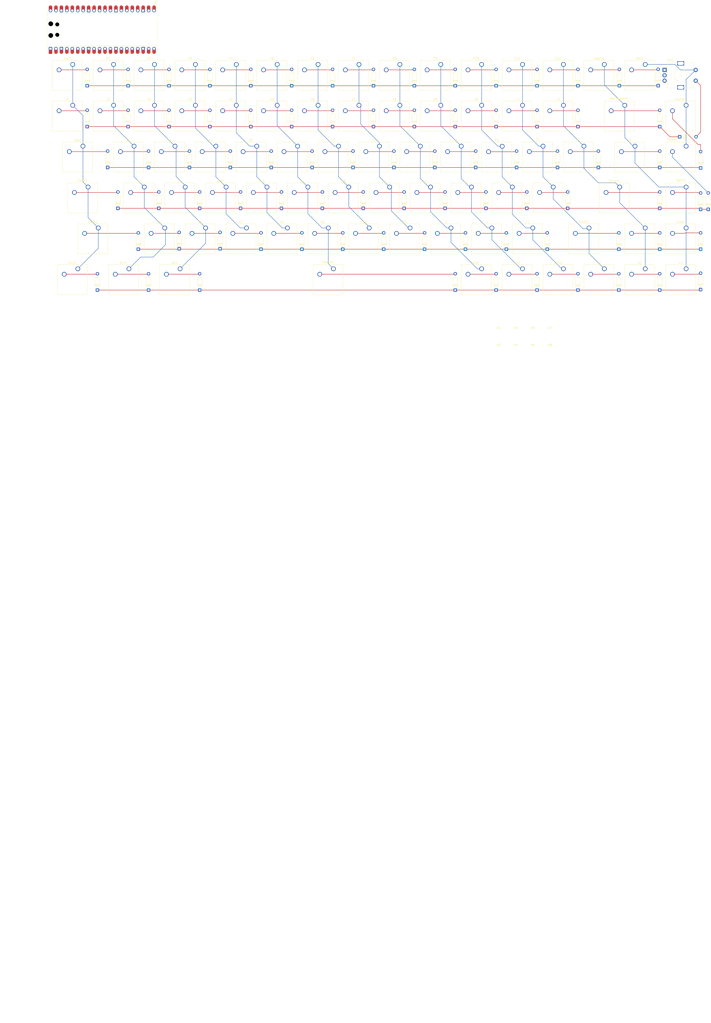
<source format=kicad_pcb>
(kicad_pcb (version 20241229) (generator "pcbnew") (generator_version "9.0")
  (layers (0 "F.Cu" signal) (2 "B.Cu" signal) (13 "F.Paste" user) (15 "B.Paste" user) (5 "F.SilkS" user "F.Silkscreen") (7 "B.SilkS" user "B.Silkscreen") (1 "F.Mask" user) (3 "B.Mask" user) (25 "Edge.Cuts" user))
  (net 0 "")
  (net 1 "Col11")
  (net 2 "Net-(D54-A)")
  (net 3 "Col8")
  (net 4 "Net-(D77-A)")
  (net 5 "Net-(D27-A)")
  (net 6 "Col9")
  (net 7 "Net-(D79-A)")
  (net 8 "Col10")
  (net 9 "Net-(D81-A)")
  (net 10 "Net-(D52-A)")
  (net 11 "Net-(D84-A)")
  (net 12 "Net-(D28-A)")
  (net 13 "Col12")
  (net 14 "Net-(D88-A)")
  (net 15 "Col13")
  (net 17 "GND")
  (net 20 "Col3")
  (net 22 "Col1")
  (net 23 "Col4")
  (net 24 "Col6")
  (net 25 "Row3")
  (net 26 "Col7")
  (net 27 "Row0")
  (net 29 "Row2")
  (net 30 "Col14")
  (net 31 "EC11A")
  (net 33 "EC11B")
  (net 34 "Col0")
  (net 35 "Row1")
  (net 36 "Row5")
  (net 37 "Col5")
  (net 41 "Col2")
  (net 43 "Row4")
  (net 44 "Net-(D34-A)")
  (net 45 "Net-(D66-A)")
  (net 46 "Net-(D78-A)")
  (net 47 "Net-(D71-A)")
  (net 48 "Net-(D29-A)")
  (net 49 "Net-(D67-A)")
  (net 50 "Net-(D32-A)")
  (net 51 "Net-(D62-A)")
  (net 52 "Net-(D82-A)")
  (net 53 "Net-(D1-A)")
  (net 54 "Net-(D2-A)")
  (net 55 "Net-(D3-A)")
  (net 56 "Net-(D4-A)")
  (net 57 "Net-(D5-A)")
  (net 58 "Net-(D6-A)")
  (net 59 "Net-(D7-A)")
  (net 60 "Net-(D8-A)")
  (net 61 "Net-(D9-A)")
  (net 62 "Net-(D10-A)")
  (net 63 "Net-(D11-A)")
  (net 64 "Net-(D12-A)")
  (net 65 "Net-(D13-A)")
  (net 66 "Net-(D14-A)")
  (net 67 "Net-(D15-A)")
  (net 68 "Net-(D16-A)")
  (net 69 "Net-(D17-A)")
  (net 70 "Net-(D18-A)")
  (net 71 "Net-(D19-A)")
  (net 72 "Net-(D20-A)")
  (net 73 "Net-(D21-A)")
  (net 74 "Net-(D22-A)")
  (net 75 "Net-(D23-A)")
  (net 76 "Net-(D24-A)")
  (net 77 "Net-(D25-A)")
  (net 78 "Net-(D26-A)")
  (net 79 "Net-(D38-A)")
  (net 80 "Net-(D31-A)")
  (net 81 "Net-(D33-A)")
  (net 82 "Net-(D35-A)")
  (net 83 "Net-(D36-A)")
  (net 84 "Net-(D37-A)")
  (net 85 "Net-(D39-A)")
  (net 86 "Net-(D40-A)")
  (net 87 "Net-(D41-A)")
  (net 88 "Net-(D42-A)")
  (net 89 "Net-(D43-A)")
  (net 90 "Net-(D44-A)")
  (net 91 "Net-(D45-A)")
  (net 92 "Net-(D46-A)")
  (net 93 "Net-(D47-A)")
  (net 94 "Net-(D48-A)")
  (net 95 "Net-(D49-A)")
  (net 96 "Net-(D50-A)")
  (net 97 "Net-(D51-A)")
  (net 98 "Net-(D53-A)")
  (net 99 "Net-(D55-A)")
  (net 100 "Net-(D56-A)")
  (net 101 "Net-(D57-A)")
  (net 102 "Net-(D58-A)")
  (net 103 "Net-(D59-A)")
  (net 104 "Net-(D60-A)")
  (net 105 "Net-(D61-A)")
  (net 106 "Net-(D63-A)")
  (net 107 "Net-(D64-A)")
  (net 108 "Net-(D65-A)")
  (net 109 "Net-(D69-A)")
  (net 110 "Net-(D72-A)")
  (net 111 "Net-(D73-A)")
  (net 112 "Net-(D75-A)")
  (net 113 "Net-(D80-A)")
  (net 114 "Net-(D83-A)")
  (net 115 "Net-(D85-A)")
  (net 116 "Net-(D86-A)")
  (net 117 "Net-(D87-A)")
  (net 118 "Net-(D91-A)")
  (footprint "Diode_THT:D_DO-35_SOD27_P7.62mm_Horizontal" (layer "F.Cu") (at 195.2625 123.825 90)
    (property "Reference" "D43" (hide yes))
    (property "Value" "D" (hide yes))
  )
  (footprint "Button_Switch_Keyboard:SW_Cherry_MX_1.00u_PCB" (layer "F.Cu") (at 112.315625 113.903125)
    (property "Reference" "W1")
    (property "Value" "SW_Push_45deg")
  )
  (footprint "Button_Switch_Keyboard:SW_Cherry_MX_1.00u_PCB" (layer "F.Cu") (at 169.465625 113.903125)
    (property "Reference" "T1")
    (property "Value" "SW_Push_45deg")
  )
  (footprint "Button_Switch_Keyboard:SW_Cherry_MX_1.00u_PCB" (layer "F.Cu") (at 202.803125 152.003125)
    (property "Reference" "N10")
    (property "Value" "SW_Push_45deg")
  )
  (footprint "Button_Switch_Keyboard:SW_Cherry_MX_1.00u_PCB" (layer "F.Cu") (at 255.190625 171.053125)
    (property "Reference" "Alt2")
    (property "Value" "SW_Push_45deg")
  )
  (footprint "Button_Switch_Keyboard:SW_Cherry_MX_1.00u_PCB" (layer "F.Cu") (at 64.690625 94.853125)
    (property "Reference" "~1")
    (property "Value" "SW_Push_45deg")
  )
  (footprint "Button_Switch_Keyboard:SW_Cherry_MX_1.00u_PCB" (layer "F.Cu") (at 226.615625 113.903125)
    (property "Reference" "I1")
    (property "Value" "SW_Push_45deg")
  )
  (footprint "Button_Switch_Keyboard:SW_Cherry_MX_1.00u_PCB" (layer "F.Cu") (at 350.440625 132.953125)
    (property "Reference" "PgDn1")
    (property "Value" "SW_Push_45deg")
  )
  (footprint "Button_Switch_Keyboard:SW_Cherry_MX_1.00u_PCB" (layer "F.Cu") (at 164.703125 152.003125)
    (property "Reference" "V1")
    (property "Value" "SW_Push_45deg")
  )
  (footprint "Diode_THT:D_DO-35_SOD27_P7.62mm_Horizontal" (layer "F.Cu") (at 71.4375 85.725 90)
    (property "Reference" "D2" (hide yes))
    (property "Value" "D" (hide yes))
  )
  (footprint "Diode_THT:D_DO-35_SOD27_P7.62mm_Horizontal" (layer "F.Cu") (at 290.5125 123.825 90)
    (property "Reference" "D53" (hide yes))
    (property "Value" "D" (hide yes))
  )
  (footprint "Button_Switch_Keyboard:SW_Cherry_MX_1.00u_PCB" (layer "F.Cu") (at 140.890625 94.853125)
    (property "Reference" "n4")
    (property "Value" "SW_Push_45deg")
  )
  (footprint "Diode_THT:D_DO-35_SOD27_P7.62mm_Horizontal" (layer "F.Cu") (at 214.3125 123.825 90)
    (property "Reference" "D45" (hide yes))
    (property "Value" "D" (hide yes))
  )
  (footprint "Button_Switch_Keyboard:SW_Cherry_MX_1.00u_PCB" (layer "F.Cu") (at 259.953125 152.003125)
    (property "Reference" ".1")
    (property "Value" "SW_Push_45deg")
  )
  (footprint "Diode_THT:D_DO-35_SOD27_P7.62mm_Horizontal" (layer "F.Cu") (at 133.35 161.686875 90)
    (property "Reference" "D65" (hide yes))
    (property "Value" "D" (hide yes))
  )
  (footprint "Diode_THT:D_DO-35_SOD27_P7.62mm_Horizontal" (layer "F.Cu") (at 337.41 85.69 90)
    (property "Reference" "D91" (hide yes))
    (property "Value" "D" (hide yes))
  )
  (footprint "Button_Switch_Keyboard:SW_Cherry_MX_1.50u_PCB" (layer "F.Cu") (at 69.453125 113.903125)
    (property "Reference" "Tab1")
    (property "Value" "SW_Push_45deg")
  )
  (footprint "Button_Switch_Keyboard:SW_Cherry_MX_1.00u_PCB" (layer "F.Cu") (at 217.090625 94.853125)
    (property "Reference" "n8")
    (property "Value" "SW_Push_45deg")
  )
  (footprint "Diode_THT:D_DO-35_SOD27_P7.62mm_Horizontal" (layer "F.Cu") (at 242.8875 104.775 90)
    (property "Reference" "D25" (hide yes))
    (property "Value" "D" (hide yes))
  )
  (footprint "Button_Switch_Keyboard:SW_Cherry_MX_1.00u_PCB" (layer "F.Cu") (at 159.940625 94.853125)
    (property "Reference" "n5")
    (property "Value" "SW_Push_45deg")
  )
  (footprint "Diode_THT:D_DO-35_SOD27_P7.62mm_Horizontal" (layer "F.Cu") (at 300.0375 180.975 90)
    (property "Reference" "D82" (hide yes))
    (property "Value" "D" (hide yes))
  )
  (footprint "Button_Switch_Keyboard:SW_Cherry_MX_1.00u_PCB" (layer "F.Cu") (at 198.040625 75.803125)
    (property "Reference" "F7")
    (property "Value" "SW_Push_45deg")
  )
  (footprint "Diode_THT:D_DO-35_SOD27_P7.62mm_Horizontal" (layer "F.Cu") (at 357.1875 124.063125 90)
    (property "Reference" "D59" (hide yes))
    (property "Value" "D" (hide yes))
  )
  (footprint "Diode_THT:D_DO-35_SOD27_P7.62mm_Horizontal" (layer "F.Cu") (at 357.1875 143.35125 90)
    (property "Reference" "D58" (hide yes))
    (property "Value" "D" (hide yes))
  )
  (footprint "Button_Switch_Keyboard:SW_Cherry_MX_1.00u_PCB" (layer "F.Cu") (at 83.740625 94.853125)
    (property "Reference" "n1")
    (property "Value" "SW_Push_45deg")
  )
  (footprint "Button_Switch_Keyboard:SW_Cherry_MX_1.00u_PCB" (layer "F.Cu") (at 240.903125 152.003125)
    (property "Reference" ",1")
    (property "Value" "SW_Push_45deg")
  )
  (footprint "Button_Switch_Keyboard:SW_Cherry_MX_1.00u_PCB" (layer "F.Cu") (at 93.265625 113.903125)
    (property "Reference" "Q1")
    (property "Value" "SW_Push_45deg")
  )
  (footprint "Diode_THT:D_DO-35_SOD27_P7.62mm_Horizontal" (layer "F.Cu") (at 242.8875 180.975 90)
    (property "Reference" "D72" (hide yes))
    (property "Value" "D" (hide yes))
  )
  (footprint "Button_Switch_Keyboard:SW_Cherry_MX_1.00u_PCB" (layer "F.Cu") (at 107.553125 152.003125)
    (property "Reference" "Z1")
    (property "Value" "SW_Push_45deg")
  )
  (footprint "Button_Switch_Keyboard:SW_Cherry_MX_1.00u_PCB" (layer "F.Cu") (at 279.003125 152.003125)
    (property "Reference" "/1")
    (property "Value" "SW_Push_45deg")
  )
  (footprint "Diode_THT:D_DO-35_SOD27_P7.62mm_Horizontal" (layer "F.Cu") (at 357.1875 161.925 90)
    (property "Reference" "D87" (hide yes))
    (property "Value" "D" (hide yes))
  )
  (footprint "Diode_THT:D_DO-35_SOD27_P7.62mm_Horizontal" (layer "F.Cu") (at 347.424375 109.5375)
    (property "Reference" "D15" (hide yes))
    (property "Value" "D" (hide yes))
  )
  (footprint "Diode_THT:D_DO-35_SOD27_P7.62mm_Horizontal" (layer "F.Cu") (at 128.5875 104.775 90)
    (property "Reference" "D19" (hide yes))
    (property "Value" "D" (hide yes))
  )
  (footprint "Button_Switch_Keyboard:SW_Cherry_MX_1.00u_PCB" (layer "F.Cu") (at 117.078125 132.953125)
    (property "Reference" "S1")
    (property "Value" "SW_Push_45deg")
  )
  (footprint "Button_Switch_Keyboard:SW_Cherry_MX_1.00u_PCB" (layer "F.Cu") (at 250.428125 132.953125)
    (property "Reference" "L1")
    (property "Value" "SW_Push_45deg")
  )
  (footprint "Button_Switch_Keyboard:SW_Cherry_MX_2.25u_PCB" (layer "F.Cu") (at 319.484375 132.953125)
    (property "Reference" "Enter1")
    (property "Value" "SW_Push_45deg")
  )
  (footprint "Diode_THT:D_DO-35_SOD27_P7.62mm_Horizontal" (layer "F.Cu") (at 200.025 142.875 90)
    (property "Reference" "D44" (hide yes))
    (property "Value" "D" (hide yes))
  )
  (footprint "Diode_THT:D_DO-35_SOD27_P7.62mm_Horizontal" (layer "F.Cu") (at 242.8875 85.725 90)
    (property "Reference" "D10" (hide yes))
    (property "Value" "D" (hide yes))
  )
  (footprint "MountingHole:MountingHole_3.2mm_M3" (layer "F.Cu") (at 286.940625 202.790625)
    (property "Reference" "H7")
    (property "Value" "MountingHole")
  )
  (footprint "Button_Switch_Keyboard:SW_Cherry_MX_1.00u_PCB" (layer "F.Cu") (at 231.378125 132.953125)
    (property "Reference" "K1")
    (property "Value" "SW_Push_45deg")
  )
  (footprint "Button_Switch_Keyboard:SW_Cherry_MX_1.00u_PCB" (layer "F.Cu") (at 102.790625 75.803125)
    (property "Reference" "F2")
    (property "Value" "SW_Push_45deg")
  )
  (footprint "Diode_THT:D_DO-35_SOD27_P7.62mm_Horizontal" (layer "F.Cu") (at 142.875 142.875 90)
    (property "Reference" "D38" (hide yes))
    (property "Value" "D" (hide yes))
  )
  (footprint "Diode_THT:D_DO-35_SOD27_P7.62mm_Horizontal" (layer "F.Cu") (at 223.8375 85.725 90)
    (property "Reference" "D9" (hide yes))
    (property "Value" "D" (hide yes))
  )
  (footprint "Diode_THT:D_DO-35_SOD27_P7.62mm_Horizontal" (layer "F.Cu") (at 80.9625 123.825 90)
    (property "Reference" "D31" (hide yes))
    (property "Value" "D" (hide yes))
  )
  (footprint "Diode_THT:D_DO-35_SOD27_P7.62mm_Horizontal" (layer "F.Cu") (at 276.225 142.875 90)
    (property "Reference" "D52" (hide yes))
    (property "Value" "D" (hide yes))
  )
  (footprint "Button_Switch_Keyboard:SW_Cherry_MX_1.00u_PCB" (layer "F.Cu") (at 350.440625 94.853125)
    (property "Reference" "Home1")
    (property "Value" "SW_Push_45deg")
  )
  (footprint "Diode_THT:D_DO-35_SOD27_P7.62mm_Horizontal" (layer "F.Cu") (at 119.0625 123.825 90)
    (property "Reference" "D35" (hide yes))
    (property "Value" "D" (hide yes))
  )
  (footprint "Button_Switch_Keyboard:SW_Cherry_MX_1.00u_PCB" (layer "F.Cu") (at 274.240625 171.053125)
    (property "Reference" "Fn1")
    (property "Value" "SW_Push_45deg")
  )
  (footprint "Button_Switch_Keyboard:SW_Cherry_MX_1.00u_PCB" (layer "F.Cu") (at 255.190625 94.853125)
    (property "Reference" "n0")
    (property "Value" "SW_Push_45deg")
  )
  (footprint "Button_Switch_Keyboard:SW_Cherry_MX_1.00u_PCB" (layer "F.Cu") (at 136.128125 132.953125)
    (property "Reference" "D30")
    (property "Value" "SW_Push_45deg")
  )
  (footprint "Button_Switch_Keyboard:SW_Cherry_MX_1.00u_PCB" (layer "F.Cu") (at 207.565625 113.903125)
    (property "Reference" "U1")
    (property "Value" "SW_Push_45deg")
  )
  (footprint "Button_Switch_Keyboard:SW_Cherry_MX_1.00u_PCB" (layer "F.Cu") (at 312.340625 75.803125)
    (property "Reference" "Insert1")
    (property "Value" "SW_Push_45deg")
  )
  (footprint "Button_Switch_Keyboard:SW_Cherry_MX_1.00u_PCB" (layer "F.Cu") (at 140.890625 75.803125)
    (property "Reference" "F4")
    (property "Value" "SW_Push_45deg")
  )
  (footprint "Diode_THT:D_DO-35_SOD27_P7.62mm_Horizontal" (layer "F.Cu") (at 185.7375 104.775 90)
    (property "Reference" "D22" (hide yes))
    (property "Value" "D" (hide yes))
  )
  (footprint "Button_Switch_Keyboard:SW_Cherry_MX_1.00u_PCB" (layer "F.Cu") (at 312.340625 171.053125)
    (property "Reference" "<1")
    (property "Value" "SW_Push_45deg")
  )
  (footprint "Button_Switch_Keyboard:SW_Cherry_MX_1.00u_PCB" (layer "F.Cu") (at 178.990625 75.803125)
    (property "Reference" "F6")
    (property "Value" "SW_Push_45deg")
  )
  (footprint "Button_Switch_Keyboard:SW_Cherry_MX_1.00u_PCB" (layer "F.Cu") (at 98.028125 132.953125)
    (property "Reference" "A2")
    (property "Value" "SW_Push_45deg")
  )
  (footprint "Button_Switch_Keyboard:SW_Cherry_MX_1.75u_PCB" (layer "F.Cu") (at 71.834375 132.953125)
    (property "Reference" "Caps1")
    (property "Value" "SW_Push_45deg")
  )
  (footprint "Diode_THT:D_DO-35_SOD27_P7.62mm_Horizontal" (layer "F.Cu") (at 338.1375 142.875 90)
    (property "Reference" "D56" (hide yes))
    (property "Value" "D" (hide yes))
  )
  (footprint "Button_Switch_Keyboard:SW_Cherry_MX_1.00u_PCB" (layer "F.Cu") (at 350.440625 171.053125)
    (property "Reference" ">1")
    (property "Value" "SW_Push_45deg")
  )
  (footprint "Button_Switch_Keyboard:SW_Cherry_MX_1.00u_PCB" (layer "F.Cu") (at 221.853125 152.003125)
    (property "Reference" "M1")
    (property "Value" "SW_Push_45deg")
  )
  (footprint "Diode_THT:D_DO-35_SOD27_P7.62mm_Horizontal" (layer "F.Cu") (at 233.3625 123.825 90)
    (property "Reference" "D47" (hide yes))
    (property "Value" "D" (hide yes))
  )
  (footprint "Diode_THT:D_DO-35_SOD27_P7.62mm_Horizontal" (layer "F.Cu") (at 104.775 142.875 90)
    (property "Reference" "D34" (hide yes))
    (property "Value" "D" (hide yes))
  )
  (footprint "Diode_THT:D_DO-35_SOD27_P7.62mm_Horizontal" (layer "F.Cu") (at 123.825 180.975 90)
    (property "Reference" "D66" (hide yes))
    (property "Value" "D" (hide yes))
  )
  (footprint "Diode_THT:D_DO-35_SOD27_P7.62mm_Horizontal" (layer "F.Cu") (at 280.9875 104.775 90)
    (property "Reference" "D27" (hide yes))
    (property "Value" "D" (hide yes))
  )
  (footprint "Diode_THT:D_DO-35_SOD27_P7.62mm_Horizontal" (layer "F.Cu") (at 261.9375 104.775 90)
    (property "Reference" "D26" (hide yes))
    (property "Value" "D" (hide yes))
  )
  (footprint "Diode_THT:D_DO-35_SOD27_P7.62mm_Horizontal" (layer "F.Cu") (at 85.725 142.875 90)
    (property "Reference" "D32" (hide yes))
    (property "Value" "D" (hide yes))
  )
  (footprint "Diode_THT:D_DO-35_SOD27_P7.62mm_Horizontal" (layer "F.Cu") (at 123.825 142.875 90)
    (property "Reference" "D36" (hide yes))
    (property "Value" "D" (hide yes))
  )
  (footprint "Diode_THT:D_DO-35_SOD27_P7.62mm_Horizontal" (layer "F.Cu") (at 338.1375 104.775 90)
    (property "Reference" "D29" (hide yes))
    (property "Value" "D" (hide yes))
  )
  (footprint "Button_Switch_Keyboard:SW_Cherry_MX_1.00u_PCB" (layer "F.Cu") (at 245.665625 113.903125)
    (property "Reference" "O1")
    (property "Value" "SW_Push_45deg")
  )
  (footprint "Diode_THT:D_DO-35_SOD27_P7.62mm_Horizontal" (layer "F.Cu") (at 138.1125 123.825 90)
    (property "Reference" "D37" (hide yes))
    (property "Value" "D" (hide yes))
  )
  (footprint "Button_Switch_Keyboard:SW_Cherry_MX_1.00u_PCB" (layer "F.Cu") (at 264.76 113.95)
    (property "Reference" "P1")
    (property "Value" "SW_Push_45deg")
  )
  (footprint "Diode_THT:D_DO-35_SOD27_P7.62mm_Horizontal" (layer "F.Cu") (at 128.5875 85.725 90)
    (property "Reference" "D4" (hide yes))
    (property "Value" "D" (hide yes))
  )
  (footprint "Diode_THT:D_DO-35_SOD27_P7.62mm_Horizontal" (layer "F.Cu") (at 161.925 142.875 90)
    (property "Reference" "D40" (hide yes))
    (property "Value" "D" (hide yes))
  )
  (footprint "Diode_THT:D_DO-35_SOD27_P7.62mm_Horizontal" (layer "F.Cu") (at 157.1625 123.825 90)
    (property "Reference" "D39" (hide yes))
    (property "Value" "D" (hide yes))
  )
  (footprint "Diode_THT:D_DO-35_SOD27_P7.62mm_Horizontal" (layer "F.Cu") (at 228.6 161.925 90)
    (property "Reference" "D75" (hide yes))
    (property "Value" "D" (hide yes))
  )
  (footprint "Diode_THT:D_DO-35_SOD27_P7.62mm_Horizontal" (layer "F.Cu") (at 209.55 161.925 90)
    (property "Reference" "D73" (hide yes))
    (property "Value" "D" (hide yes))
  )
  (footprint "Button_Switch_Keyboard:SW_Cherry_MX_1.00u_PCB" (layer "F.Cu") (at 102.790625 94.853125)
    (property "Reference" "n2")
    (property "Value" "SW_Push_45deg")
  )
  (footprint "Button_Switch_Keyboard:SW_Cherry_MX_1.00u_PCB" (layer "F.Cu") (at 198.040625 94.853125)
    (property "Reference" "n7")
    (property "Value" "SW_Push_45deg")
  )
  (footprint "Button_Switch_Keyboard:SW_Cherry_MX_1.00u_PCB" (layer "F.Cu") (at 236.140625 75.803125)
    (property "Reference" "F9")
    (property "Value" "SW_Push_45deg")
  )
  (footprint "Button_Switch_Keyboard:SW_Cherry_MX_1.00u_PCB" (layer "F.Cu") (at 269.478125 132.953125)
    (property "Reference" ";1")
    (property "Value" "SW_Push_45deg")
  )
  (footprint "Diode_THT:D_DO-35_SOD27_P7.62mm_Horizontal" (layer "F.Cu") (at 261.9375 85.725 90)
    (property "Reference" "D11" (hide yes))
    (property "Value" "D" (hide yes))
  )
  (footprint "Diode_THT:D_DO-35_SOD27_P7.62mm_Horizontal" (layer "F.Cu") (at 319.325625 85.725 90)
    (property "Reference" "D14" (hide yes))
    (property "Value" "D" (hide yes))
  )
  (footprint "Button_Switch_Keyboard:SW_Cherry_MX_1.00u_PCB" (layer "F.Cu") (at 274.240625 94.853125)
    (property "Reference" "-1")
    (property "Value" "SW_Push_45deg")
  )
  (footprint "Diode_THT:D_DO-35_SOD27_P7.62mm_Horizontal" (layer "F.Cu") (at 90.4875 104.775 90)
    (property "Reference" "D17" (hide yes))
    (property "Value" "D" (hide yes))
  )
  (footprint "Diode_THT:D_DO-35_SOD27_P7.62mm_Horizontal" (layer "F.Cu") (at 309.5625 123.825 90)
    (property "Reference" "D55" (hide yes))
    (property "Value" "D" (hide yes))
  )
  (footprint "Button_Switch_Keyboard:SW_Cherry_MX_1.25u_PCB" (layer "F.Cu") (at 114.696875 171.053125)
    (property "Reference" "Alt1")
    (property "Value" "SW_Push_45deg")
  )
  (footprint "Diode_THT:D_DO-35_SOD27_P7.62mm_Horizontal" (layer "F.Cu") (at 338.1375 161.925 90)
    (property "Reference" "D85" (hide yes))
    (property "Value" "D" (hide yes))
  )
  (footprint "Button_Switch_Keyboard:SW_Cherry_MX_1.00u_PCB" (layer "F.Cu") (at 145.653125 152.003125)
    (property "Reference" "C1")
    (property "Value" "SW_Push_45deg")
  )
  (footprint "Diode_THT:D_DO-35_SOD27_P7.62mm_Horizontal" (layer "F.Cu") (at 319.0875 161.925 90)
    (property "Reference" "D83" (hide yes))
    (property "Value" "D" (hide yes))
  )
  (footprint "Button_Switch_Keyboard:SW_Cherry_MX_1.00u_PCB" (layer "F.Cu") (at 131.365625 113.903125)
    (property "Reference" "E1")
    (property "Value" "SW_Push_45deg")
  )
  (footprint "Diode_THT:D_DO-35_SOD27_P7.62mm_Horizontal" (layer "F.Cu") (at 266.7 161.925 90)
    (property "Reference" "D79" (hide yes))
    (property "Value" "D" (hide yes))
  )
  (footprint "Button_Switch_Keyboard:SW_Cherry_MX_1.00u_PCB" (layer "F.Cu") (at 350.440625 152.003125)
    (property "Reference" "End1")
    (property "Value" "SW_Push_45deg")
  )
  (footprint "Diode_THT:D_DO-35_SOD27_P7.62mm_Horizontal" (layer "F.Cu") (at 338.1375 123.825 90)
    (property "Reference" "D57" (hide yes))
    (property "Value" "D" (hide yes))
  )
  (footprint "Button_Switch_Keyboard:SW_Cherry_MX_1.25u_PCB" (layer "F.Cu") (at 90.884375 171.053125)
    (property "Reference" "Win1")
    (property "Value" "SW_Push_45deg")
  )
  (footprint "Diode_THT:D_DO-35_SOD27_P7.62mm_Horizontal" (layer "F.Cu") (at 152.4 161.925 90)
    (property "Reference" "D67" (hide yes))
    (property "Value" "D" (hide yes))
  )
  (footprint "Button_Switch_Keyboard:SW_Cherry_MX_1.00u_PCB" (layer "F.Cu") (at 331.390625 75.803125)
    (property "Reference" "Del1")
    (property "Value" "SW_Push_45deg")
  )
  (footprint "MountingHole:MountingHole_3.2mm_M3" (layer "F.Cu") (at 271.040625 202.790625)
    (property "Reference" "H3")
    (property "Value" "MountingHole")
  )
  (footprint "Button_Switch_Keyboard:SW_Cherry_MX_1.00u_PCB" (layer "F.Cu") (at 331.390625 152.003125)
    (property "Reference" "^1")
    (property "Value" "SW_Push_45deg")
  )
  (footprint "Button_Switch_Keyboard:SW_Cherry_MX_1.00u_PCB" (layer "F.Cu") (at 288.528125 132.953125)
    (property "Reference" "'1")
    (property "Value" "SW_Push_45deg")
  )
  (footprint "Diode_THT:D_DO-35_SOD27_P7.62mm_Horizontal" (layer "F.Cu") (at 185.7375 85.725 90)
    (property "Reference" "D7" (hide yes))
    (property "Value" "D" (hide yes))
  )
  (footprint "MountingHole:MountingHole_3.2mm_M3" (layer "F.Cu") (at 286.940625 210.740625)
    (property "Reference" "H8")
    (property "Value" "MountingHole")
  )
  (footprint "Diode_THT:D_DO-35_SOD27_P7.62mm_Horizontal" (layer "F.Cu") (at 238.125 142.875 90)
    (property "Reference" "D48" (hide yes))
    (property "Value" "D" (hide yes))
  )
  (footprint "MountingHole:MountingHole_3.2mm_M3" (layer "F.Cu") (at 278.990625 210.740625)
    (property "Reference" "H6")
    (property "Value" "MountingHole")
  )
  (footprint "Button_Switch_Keyboard:SW_Cherry_MX_1.00u_PCB" (layer "F.Cu") (at 302.815625 113.903125)
    (property "Reference" "]1")
    (property "Value" "SW_Push_45deg")
  )
  (footprint "Diode_THT:D_DO-35_SOD27_P7.62mm_Horizontal" (layer "F.Cu") (at 223.8375 104.775 90)
    (property "Reference" "D24" (hide yes))
    (property "Value" "D" (hide yes))
  )
  (footprint "Diode_THT:D_DO-35_SOD27_P7.62mm_Horizontal" (layer "F.Cu") (at 100.0125 180.975 90)
    (property "Reference" "D64" (hide yes))
    (property "Value" "D" (hide yes))
  )
  (footprint "Diode_THT:D_DO-35_SOD27_P7.62mm_Horizontal" (layer "F.Cu") (at 300.0375 104.775 90)
    (property "Reference" "D28" (hide yes))
    (property "Value" "D" (hide yes))
  )
  (footprint "Button_Switch_Keyboard:SW_Cherry_MX_1.00u_PCB" (layer "F.Cu") (at 64.690625 75.803125)
    (property "Reference" "Esc1")
    (property "Value" "SW_Push_45deg")
  )
  (footprint "Button_Switch_Keyboard:SW_Cherry_MX_1.00u_PCB" (layer "F.Cu") (at 293.290625 171.053125)
    (property "Reference" "Ctrl2")
    (property "Value" "SW_Push_45deg")
  )
  (footprint "Diode_THT:D_DO-35_SOD27_P7.62mm_Horizontal" (layer "F.Cu") (at 319.0875 180.975 90)
    (property "Reference" "D84" (hide yes))
    (property "Value" "D" (hide yes))
  )
  (footprint "Diode_THT:D_DO-35_SOD27_P7.62mm_Horizontal" (layer "F.Cu") (at 166.6875 104.775 90)
    (property "Reference" "D21" (hide yes))
    (property "Value" "D" (hide yes))
  )
  (footprint "Button_Switch_Keyboard:SW_Cherry_MX_1.50u_PCB" (layer "F.Cu") (at 326.628125 113.903125)
    (property "Reference" "\\1")
    (property "Value" "SW_Push_45deg")
  )
  (footprint "Diode_THT:D_DO-35_SOD27_P7.62mm_Horizontal" (layer "F.Cu") (at 252.4125 123.825 90)
    (property "Reference" "D49" (hide yes))
    (property "Value" "D" (hide yes))
  )
  (footprint "Diode_THT:D_DO-35_SOD27_P7.62mm_Horizontal" (layer "F.Cu") (at 180.975 142.875 90)
    (property "Reference" "D42" (hide yes))
    (property "Value" "D" (hide yes))
  )
  (footprint "Button_Switch_Keyboard:SW_Cherry_MX_1.00u_PCB" (layer "F.Cu") (at 283.765625 113.903125)
    (property "Reference" "[1")
    (property "Value" "SW_Push_45deg")
  )
  (footprint "Button_Switch_Keyboard:SW_Cherry_MX_1.00u_PCB" (layer "F.Cu") (at 255.190625 75.803125)
    (property "Reference" "F10")
    (property "Value" "SW_Push_45deg")
  )
  (footprint "Button_Switch_Keyboard:SW_Cherry_MX_1.00u_PCB" (layer "F.Cu") (at 150.415625 113.903125)
    (property "Reference" "R1")
    (property "Value" "SW_Push_45deg")
  )
  (footprint "Diode_THT:D_DO-35_SOD27_P7.62mm_Horizontal" (layer "F.Cu") (at 166.6875 85.725 90)
    (property "Reference" "D6" (hide yes))
    (property "Value" "D" (hide yes))
  )
  (footprint "Diode_THT:D_DO-35_SOD27_P7.62mm_Horizontal" (layer "F.Cu") (at 219.075 142.875 90)
    (property "Reference" "D46" (hide yes))
    (property "Value" "D" (hide yes))
  )
  (footprint "Diode_THT:D_DO-35_SOD27_P7.62mm_Horizontal" (layer "F.Cu") (at 261.9375 180.975 90)
    (property "Reference" "D78" (hide yes))
    (property "Value" "D" (hide yes))
  )
  (footprint "Diode_THT:D_DO-35_SOD27_P7.62mm_Horizontal" (layer "F.Cu") (at 71.4375 104.775 90)
    (property "Reference" "D16" (hide yes))
    (property "Value" "D" (hide yes))
  )
  (footprint "MountingHole:MountingHole_3.2mm_M3" (layer "F.Cu") (at 263.090625 202.790625)
    (property "Reference" "H1")
    (property "Value" "MountingHole")
  )
  (footprint "Button_Switch_Keyboard:SW_Cherry_MX_1.75u_PCB" (layer "F.Cu") (at 305.196875 152.003125)
    (property "Reference" "Shift2")
    (property "Value" "SW_Push_45deg")
  )
  (footprint "Diode_THT:D_DO-35_SOD27_P7.62mm_Horizontal" (layer "F.Cu") (at 300.0375 85.725 90)
    (property "Reference" "D13" (hide yes))
    (property "Value" "D" (hide yes))
  )
  (footprint "Diode_THT:D_DO-35_SOD27_P7.62mm_Horizontal" (layer "F.Cu") (at 204.7875 85.725 90)
    (property "Reference" "D8" (hide yes))
    (property "Value" "D" (hide yes))
  )
  (footprint "Button_Switch_Keyboard:SW_Cherry_MX_1.00u_PCB" (layer "F.Cu") (at 121.840625 75.803125)
    (property "Reference" "F3")
    (property "Value" "SW_Push_45deg")
  )
  (footprint "Diode_THT:D_DO-35_SOD27_P7.62mm_Horizontal" (layer "F.Cu") (at 360.759375 143.35125 90)
    (property "Reference" "D60" (hide yes))
    (property "Value" "D" (hide yes))
  )
  (footprint "MountingHole:MountingHole_3.2mm_M3" (layer "F.Cu") (at 271.040625 210.740625)
    (property "Reference" "H4")
    (property "Value" "MountingHole")
  )
  (footprint "Rotary_Encoder:RotaryEncoder_Alps_EC11E-Switch_Vertical_H20mm" (layer "F.Cu") (at 340.400625 78.383125)
    (property "Reference" "Vol1")
    (property "Value" "RotaryEncoder_Switch")
  )
  (footprint "Button_Switch_Keyboard:SW_Cherry_MX_1.25u_PCB" (layer "F.Cu") (at 67.071875 171.053125)
    (property "Reference" "Ctrl1")
    (property "Value" "SW_Push_45deg")
  )
  (footprint "Diode_THT:D_DO-35_SOD27_P7.62mm_Horizontal" (layer "F.Cu") (at 295.275 142.875 90)
    (property "Reference" "D54" (hide yes))
    (property "Value" "D" (hide yes))
  )
  (footprint "Diode_THT:D_DO-35_SOD27_P7.62mm_Horizontal" (layer "F.Cu") (at 147.6375 104.775 90)
    (property "Reference" "D20" (hide yes))
    (property "Value" "D" (hide yes))
  )
  (footprint "Diode_THT:D_DO-35_SOD27_P7.62mm_Horizontal" (layer "F.Cu") (at 100.0125 123.825 90)
    (property "Reference" "D33" (hide yes))
    (property "Value" "D" (hide yes))
  )
  (footprint "MountingHole:MountingHole_3.2mm_M3" (layer "F.Cu") (at 278.990625 202.790625)
    (property "Reference" "H5")
    (property "Value" "MountingHole")
  )
  (footprint "Button_Switch_Keyboard:SW_Cherry_MX_1.00u_PCB" (layer "F.Cu") (at 293.290625 75.803125)
    (property "Reference" "F12")
    (property "Value" "SW_Push_45deg")
  )
  (footprint "Diode_THT:D_DO-35_SOD27_P7.62mm_Horizontal" (layer "F.Cu") (at 190.5 161.925 90)
    (property "Reference" "D71" (hide yes))
    (property "Value" "D" (hide yes))
  )
  (footprint "Diode_THT:D_DO-35_SOD27_P7.62mm_Horizontal" (layer "F.Cu") (at 109.5375 104.775 90)
    (property "Reference" "D18" (hide yes))
    (property "Value" "D" (hide yes))
  )
  (footprint "Button_Switch_Keyboard:SW_Cherry_MX_1.00u_PCB" (layer "F.Cu") (at 331.390625 171.053125)
    (property "Reference" "V2")
    (property "Value" "SW_Push_45deg")
  )
  (footprint "Diode_THT:D_DO-35_SOD27_P7.62mm_Horizontal" (layer "F.Cu") (at 285.75 161.925 90)
    (property "Reference" "D81" (hide yes))
    (property "Value" "D" (hide yes))
  )
  (footprint "Button_Switch_Keyboard:SW_Cherry_MX_1.00u_PCB" (layer "F.Cu") (at 193.278125 132.953125)
    (property "Reference" "H9")
    (property "Value" "SW_Push_45deg")
  )
  (footprint "Diode_THT:D_DO-35_SOD27_P7.62mm_Horizontal" (layer "F.Cu") (at 95.25 161.925 90)
    (property "Reference" "D61" (hide yes))
    (property "Value" "D" (hide yes))
  )
  (footprint "Button_Switch_Keyboard:SW_Cherry_MX_1.00u_PCB" (layer "F.Cu") (at 174.228125 132.953125)
    (property "Reference" "G1")
    (property "Value" "SW_Push_45deg")
  )
  (footprint "Button_Switch_Keyboard:SW_Cherry_MX_1.00u_PCB" (layer "F.Cu") (at 155.178125 132.953125)
    (property "Reference" "F13")
    (property "Value" "SW_Push_45deg")
  )
  (footprint "Diode_THT:D_DO-35_SOD27_P7.62mm_Horizontal" (layer "F.Cu") (at 204.7875 104.775 90)
    (property "Reference" "D23" (hide yes))
    (property "Value" "D" (hide yes))
  )
  (footprint "Button_Switch_Keyboard:SW_Cherry_MX_1.00u_PCB" (layer "F.Cu") (at 236.140625 94.853125)
    (property "Reference" "n9")
    (property "Value" "SW_Push_45deg")
  )
  (footprint "Button_Switch_Keyboard:SW_Cherry_MX_1.00u_PCB" (layer "F.Cu") (at 350.440625 113.903125)
    (property "Reference" "PgUp1")
    (property "Value" "SW_Push_45deg")
  )
  (footprint "Button_Switch_Keyboard:SW_Cherry_MX_1.00u_PCB" (layer "F.Cu") (at 183.753125 152.003125)
    (property "Reference" "B1")
    (property "Value" "SW_Push_45deg")
  )
  (footprint "Diode_THT:D_DO-35_SOD27_P7.62mm_Horizontal" (layer "F.Cu") (at 271.4625 123.825 90)
    (property "Reference" "D51" (hide yes))
    (property "Value" "D" (hide yes))
  )
  (footprint "Diode_THT:D_DO-35_SOD27_P7.62mm_Horizontal" (layer "F.Cu") (at 280.9875 85.725 90)
    (property "Reference" "D12" (hide yes))
    (property "Value" "D" (hide yes))
  )
  (footprint "Button_Switch_Keyboard:SW_Cherry_MX_6.25u_PCB" (layer "F.Cu") (at 186.134375 171.053125)
    (property "Reference" "Space1")
    (property "Value" "SW_Push_45deg")
  )
  (footprint "Diode_THT:D_DO-35_SOD27_P7.62mm_Horizontal" (layer "F.Cu") (at 338.1375 180.975 90)
    (property "Reference" "D86" (hide yes))
    (property "Value" "D" (hide yes))
  )
  (footprint "Diode_THT:D_DO-35_SOD27_P7.62mm_Horizontal" (layer "F.Cu") (at 257.175 142.875 90)
    (property "Reference" "D50" (hide yes))
    (property "Value" "D" (hide yes))
  )
  (footprint "Button_Switch_Keyboard:SW_Cherry_MX_2.25u_PCB" (layer "F.Cu") (at 76.596875 152.003125)
    (property "Reference" "Shift1")
    (property "Value" "SW_Push_45deg")
  )
  (footprint "Diode_THT:D_DO-35_SOD27_P7.62mm_Horizontal" (layer "F.Cu") (at 280.9875 180.975 90)
    (property "Reference" "D80" (hide yes))
    (property "Value" "D" (hide yes))
  )
  (footprint "Button_Switch_Keyboard:SW_Cherry_MX_1.00u_PCB" (layer "F.Cu") (at 178.990625 94.853125)
    (property "Reference" "n6")
    (property "Value" "SW_Push_45deg")
  )
  (footprint "Button_Switch_Keyboard:SW_Cherry_MX_1.00u_PCB" (layer "F.Cu") (at 126.603125 152.003125)
    (property "Reference" "X1")
    (property "Value" "SW_Push_45deg")
  )
  (footprint "Button_Switch_Keyboard:SW_Cherry_MX_1.00u_PCB" (layer "F.Cu") (at 212.328125 132.953125)
    (property "Reference" "J1")
    (property "Value" "SW_Push_45deg")
  )
  (footprint "Diode_THT:D_DO-35_SOD27_P7.62mm_Horizontal" (layer "F.Cu") (at 176.2125 123.825 90)
    (property "Reference" "D41" (hide yes))
    (property "Value" "D" (hide yes))
  )
  (footprint "Diode_THT:D_DO-35_SOD27_P7.62mm_Horizontal" (layer "F.Cu") (at 357.1875 180.736875 90)
    (property "Reference" "D88" (hide yes))
    (property "Value" "D" (hide yes))
  )
  (footprint "Button_Switch_Keyboard:SW_Cherry_MX_1.00u_PCB" (layer "F.Cu") (at 217.090625 75.803125)
    (property "Reference" "F8")
    (property "Value" "SW_Push_45deg")
  )
  (footprint "Diode_THT:D_DO-35_SOD27_P7.62mm_Horizontal" (layer "F.Cu") (at 147.6375 85.725 90)
    (property "Reference" "D5" (hide yes))
    (property "Value" "D" (hide yes))
  )
  (footprint "Button_Switch_Keyboard:SW_Cherry_MX_2.00u_PCB" (layer "F.Cu") (at 321.865625 94.853125)
    (property "Reference" "Backspace1")
    (property "Value" "SW_Push_45deg")
  )
  (footprint "Button_Switch_Keyboard:SW_Cherry_MX_1.00u_PCB" (layer "F.Cu") (at 188.515625 113.903125)
    (property "Reference" "Y1")
    (property "Value" "SW_Push_45deg")
  )
  (footprint "Button_Switch_Keyboard:SW_Cherry_MX_1.00u_PCB" (layer "F.Cu") (at 121.840625 94.853125)
    (property "Reference" "n3")
    (property "Value" "SW_Push_45deg")
  )
  (footprint "Diode_THT:D_DO-35_SOD27_P7.62mm_Horizontal" (layer "F.Cu") (at 247.65 161.925 90)
    (property "Reference" "D77" (hide yes))
    (property "Value" "D" (hide yes))
  )
  (footprint "Button_Switch_Keyboard:SW_Cherry_MX_1.00u_PCB" (layer "F.Cu") (at 274.240625 75.803125)
    (property "Reference" "F11")
    (property "Value" "SW_Push_45deg")
  )
  (footprint "Diode_THT:D_DO-35_SOD27_P7.62mm_Horizontal" (layer "F.Cu") (at 90.4875 85.725 90)
    (property "Reference" "D1" (hide yes))
    (property "Value" "D" (hide yes))
  )
  (footprint "Diode_THT:D_DO-35_SOD27_P7.62mm_Horizontal" (layer "F.Cu") (at 76.2 180.975 90)
    (property "Reference" "D62" (hide yes))
    (property "Value" "D" (hide yes))
  )
  (footprint "Diode_THT:D_DO-35_SOD27_P7.62mm_Horizontal" (layer "F.Cu") (at 109.5375 85.725 90)
    (property "Reference" "D3" (hide yes))
    (property "Value" "D" (hide yes))
  )
  (footprint "Diode_THT:D_DO-35_SOD27_P7.62mm_Horizontal" (layer "F.Cu") (at 114.3 161.686875 90)
    (property "Reference" "D63" (hide yes))
    (property "Value" "D" (hide yes))
  )
  (footprint "MountingHole:MountingHole_3.2mm_M3" (layer "F.Cu") (at 263.090625 210.740625)
    (property "Reference" "H2")
    (property "Value" "MountingHole")
  )
  (footprint "Button_Switch_Keyboard:SW_Cherry_MX_1.00u_PCB" (layer "F.Cu") (at 293.290625 94.853125)
    (property "Reference" "=1")
    (property "Value" "SW_Push_45deg")
  )
  (footprint "Button_Switch_Keyboard:SW_Cherry_MX_1.00u_PCB" (layer "F.Cu") (at 83.740625 75.803125)
    (property "Reference" "F1")
    (property "Value" "SW_Push_45deg")
  )
  (footprint "Button_Switch_Keyboard:SW_Cherry_MX_1.00u_PCB" (layer "F.Cu") (at 159.940625 75.803125)
    (property "Reference" "F5")
    (property "Value" "SW_Push_45deg")
  )
  (footprint "Diode_THT:D_DO-35_SOD27_P7.62mm_Horizontal" (layer "F.Cu") (at 171.45 161.925 90)
    (property "Reference" "D69" (hide yes))
    (property "Value" "D" (hide yes))
  )
  (footprint "Module:RaspberryPi_Pico_Common_Unspecified" (layer "F.Cu") (at 78.460625 59.586875 90)
    (property "Reference" "A1")
    (property "Value" "RaspberryPi_Pico")
  )
  (segment (start 304.8 152.4) (end 305.196875 152.003125) (width 0.2) (layer "B.Cu") (net 1))
  (segment (start 305.196875 152.003125) (end 305.196875 163.909375) (width 0.2) (layer "B.Cu") (net 1))
  (segment (start 274.240625 75.803125) (end 274.240625 94.853125) (width 0.2) (layer "B.Cu") (net 1))
  (segment (start 283.765625 128.190625) (end 288.528125 132.953125) (width 0.2) (layer "B.Cu") (net 1))
  (segment (start 281.78125 113.903125) (end 283.765625 113.903125) (width 0.2) (layer "B.Cu") (net 1))
  (segment (start 288.528125 132.953125) (end 288.528125 138.509375) (width 0.2) (layer "B.Cu") (net 1))
  (segment (start 305.196875 163.909375) (end 312.340625 171.053125) (width 0.2) (layer "B.Cu") (net 1))
  (segment (start 288.528125 138.509375) (end 302.41875 152.4) (width 0.2) (layer "B.Cu") (net 1))
  (segment (start 274.240625 94.853125) (end 274.240625 106.3625) (width 0.2) (layer "B.Cu") (net 1))
  (segment (start 283.765625 113.903125) (end 283.765625 128.190625) (width 0.2) (layer "B.Cu") (net 1))
  (segment (start 302.41875 152.4) (end 304.8 152.4) (width 0.2) (layer "B.Cu") (net 1))
  (segment (start 274.240625 106.3625) (end 281.78125 113.903125) (width 0.2) (layer "B.Cu") (net 1))
  (segment (start 282.178125 135.493125) (end 295.036875 135.493125) (width 0.2) (layer "F.Cu") (net 2))
  (segment (start 295.036875 135.493125) (end 295.275 135.255) (width 0.2) (layer "F.Cu") (net 2))
  (segment (start 240.903125 158.75) (end 253.20625 171.053125) (width 0.2) (layer "B.Cu") (net 3))
  (segment (start 217.090625 94.853125) (end 217.090625 104.378125) (width 0.2) (layer "B.Cu") (net 3))
  (segment (start 240.903125 152.003125) (end 240.903125 158.75) (width 0.2) (layer "B.Cu") (net 3))
  (segment (start 230.584375 132.953125) (end 231.378125 132.953125) (width 0.2) (layer "B.Cu") (net 3))
  (segment (start 217.090625 75.803125) (end 217.090625 94.853125) (width 0.2) (layer "B.Cu") (net 3))
  (segment (start 231.378125 144.4625) (end 238.91875 152.003125) (width 0.2) (layer "B.Cu") (net 3))
  (segment (start 217.090625 104.378125) (end 226.615625 113.903125) (width 0.2) (layer "B.Cu") (net 3))
  (segment (start 231.378125 132.953125) (end 231.378125 144.4625) (width 0.2) (layer "B.Cu") (net 3))
  (segment (start 253.20625 171.053125) (end 255.190625 171.053125) (width 0.2) (layer "B.Cu") (net 3))
  (segment (start 226.615625 113.903125) (end 226.615625 128.984375) (width 0.2) (layer "B.Cu") (net 3))
  (segment (start 226.615625 128.984375) (end 230.584375 132.953125) (width 0.2) (layer "B.Cu") (net 3))
  (segment (start 238.91875 152.003125) (end 240.903125 152.003125) (width 0.2) (layer "B.Cu") (net 3))
  (segment (start 247.411875 154.543125) (end 247.65 154.305) (width 0.2) (layer "F.Cu") (net 4))
  (segment (start 234.553125 154.543125) (end 247.411875 154.543125) (width 0.2) (layer "F.Cu") (net 4))
  (segment (start 267.890625 97.393125) (end 280.749375 97.393125) (width 0.2) (layer "F.Cu") (net 5))
  (segment (start 280.749375 97.393125) (end 280.9875 97.155) (width 0.2) (layer "F.Cu") (net 5))
  (segment (start 236.140625 75.803125) (end 236.140625 94.853125) (width 0.2) (layer "B.Cu") (net 6))
  (segment (start 249.634375 132.953125) (end 250.428125 132.953125) (width 0.2) (layer "B.Cu") (net 6))
  (segment (start 257.96875 152.003125) (end 259.953125 152.003125) (width 0.2) (layer "B.Cu") (net 6))
  (segment (start 259.953125 157.559375) (end 273.446875 171.053125) (width 0.2) (layer "B.Cu") (net 6))
  (segment (start 245.665625 128.984375) (end 249.634375 132.953125) (width 0.2) (layer "B.Cu") (net 6))
  (segment (start 236.140625 104.378125) (end 245.665625 113.903125) (width 0.2) (layer "B.Cu") (net 6))
  (segment (start 259.953125 152.003125) (end 259.953125 157.559375) (width 0.2) (layer "B.Cu") (net 6))
  (segment (start 236.140625 94.853125) (end 236.140625 104.378125) (width 0.2) (layer "B.Cu") (net 6))
  (segment (start 273.446875 171.053125) (end 274.240625 171.053125) (width 0.2) (layer "B.Cu") (net 6))
  (segment (start 250.428125 144.4625) (end 257.96875 152.003125) (width 0.2) (layer "B.Cu") (net 6))
  (segment (start 250.428125 132.953125) (end 250.428125 144.4625) (width 0.2) (layer "B.Cu") (net 6))
  (segment (start 245.665625 113.903125) (end 245.665625 128.984375) (width 0.2) (layer "B.Cu") (net 6))
  (segment (start 253.603125 154.543125) (end 266.461875 154.543125) (width 0.2) (layer "F.Cu") (net 7))
  (segment (start 266.461875 154.543125) (end 266.7 154.305) (width 0.2) (layer "F.Cu") (net 7))
  (segment (start 262.778125 113.95) (end 264.76 113.95) (width 0.2) (layer "B.Cu") (net 8))
  (segment (start 269.478125 132.953125) (end 269.478125 145.653125) (width 0.2) (layer "B.Cu") (net 8))
  (segment (start 279.003125 157.559375) (end 292.496875 171.053125) (width 0.2) (layer "B.Cu") (net 8))
  (segment (start 264.76 128.235) (end 269.478125 132.953125) (width 0.2) (layer "B.Cu") (net 8))
  (segment (start 292.496875 171.053125) (end 293.290625 171.053125) (width 0.2) (layer "B.Cu") (net 8))
  (segment (start 275.828124 152.003125) (end 279.003125 152.003125) (width 0.2) (layer "B.Cu") (net 8))
  (segment (start 255.190625 106.3625) (end 262.778125 113.95) (width 0.2) (layer "B.Cu") (net 8))
  (segment (start 255.190625 94.853125) (end 255.190625 106.3625) (width 0.2) (layer "B.Cu") (net 8))
  (segment (start 264.76 113.95) (end 264.76 128.235) (width 0.2) (layer "B.Cu") (net 8))
  (segment (start 279.003125 152.003125) (end 279.003125 157.559375) (width 0.2) (layer "B.Cu") (net 8))
  (segment (start 255.190625 75.803125) (end 255.190625 94.853125) (width 0.2) (layer "B.Cu") (net 8))
  (segment (start 269.478125 145.653125) (end 275.828124 152.003125) (width 0.2) (layer "B.Cu") (net 8))
  (segment (start 285.75 154.305) (end 285.035625 154.305) (width 0.2) (layer "F.Cu") (net 9))
  (segment (start 285.511875 154.543125) (end 285.75 154.305) (width 0.2) (layer "F.Cu") (net 9))
  (segment (start 284.7975 154.543125) (end 272.653125 154.543125) (width 0.2) (layer "F.Cu") (net 9))
  (segment (start 285.035625 154.305) (end 284.7975 154.543125) (width 0.2) (layer "F.Cu") (net 9))
  (segment (start 275.986875 135.493125) (end 276.225 135.255) (width 0.2) (layer "F.Cu") (net 10))
  (segment (start 263.128125 135.493125) (end 275.986875 135.493125) (width 0.2) (layer "F.Cu") (net 10))
  (segment (start 318.849375 173.593125) (end 319.0875 173.355) (width 0.2) (layer "F.Cu") (net 11))
  (segment (start 305.990625 173.593125) (end 318.849375 173.593125) (width 0.2) (layer "F.Cu") (net 11))
  (segment (start 299.799375 97.393125) (end 300.0375 97.155) (width 0.2) (layer "F.Cu") (net 12))
  (segment (start 286.940625 97.393125) (end 299.799375 97.393125) (width 0.2) (layer "F.Cu") (net 12))
  (segment (start 317.5 130.96875) (end 319.484375 132.953125) (width 0.2) (layer "B.Cu") (net 13))
  (segment (start 331.249559 152.003125) (end 331.390625 152.003125) (width 0.2) (layer "B.Cu") (net 13))
  (segment (start 319.484375 132.953125) (end 319.484375 140.237941) (width 0.2) (layer "B.Cu") (net 13))
  (segment (start 293.290625 75.803125) (end 293.290625 94.853125) (width 0.2) (layer "B.Cu") (net 13))
  (segment (start 293.290625 104.378125) (end 302.815625 113.903125) (width 0.2) (layer "B.Cu") (net 13))
  (segment (start 302.815625 113.903125) (end 302.815625 124.221875) (width 0.2) (layer "B.Cu") (net 13))
  (segment (start 309.5625 130.96875) (end 317.5 130.96875) (width 0.2) (layer "B.Cu") (net 13))
  (segment (start 319.484375 140.237941) (end 331.249559 152.003125) (width 0.2) (layer "B.Cu") (net 13))
  (segment (start 293.290625 94.853125) (end 293.290625 104.378125) (width 0.2) (layer "B.Cu") (net 13))
  (segment (start 302.815625 124.221875) (end 309.5625 130.96875) (width 0.2) (layer "B.Cu") (net 13))
  (segment (start 331.390625 152.003125) (end 331.390625 171.053125) (width 0.2) (layer "B.Cu") (net 13))
  (segment (start 344.090625 173.593125) (end 356.71125 173.593125) (width 0.2) (layer "F.Cu") (net 14))
  (segment (start 356.71125 173.593125) (end 357.1875 173.116875) (width 0.2) (layer "F.Cu") (net 14))
  (segment (start 326.628125 113.903125) (end 326.628125 121.840625) (width 0.2) (layer "B.Cu") (net 15))
  (segment (start 321.865625 109.934375) (end 325.834375 113.903125) (width 0.2) (layer "B.Cu") (net 15))
  (segment (start 312.340625 75.803125) (end 312.340625 85.328125) (width 0.2) (layer "B.Cu") (net 15))
  (segment (start 350.440625 132.953125) (end 350.440625 171.053125) (width 0.2) (layer "B.Cu") (net 15))
  (segment (start 321.865625 94.853125) (end 321.865625 109.934375) (width 0.2) (layer "B.Cu") (net 15))
  (segment (start 325.834375 113.903125) (end 326.628125 113.903125) (width 0.2) (layer "B.Cu") (net 15))
  (segment (start 312.340625 85.328125) (end 321.865625 94.853125) (width 0.2) (layer "B.Cu") (net 15))
  (segment (start 337.740625 132.953125) (end 350.440625 132.953125) (width 0.2) (layer "B.Cu") (net 15))
  (segment (start 326.628125 121.840625) (end 337.740625 132.953125) (width 0.2) (layer "B.Cu") (net 15))
  (segment (start 121.840625 94.853125) (end 121.840625 105.470625) (width 0.2) (layer "B.Cu") (net 20))
  (segment (start 131.365625 128.190625) (end 136.128125 132.953125) (width 0.2) (layer "B.Cu") (net 20))
  (segment (start 136.128125 145.438125) (end 142.693125 152.003125) (width 0.2) (layer "B.Cu") (net 20))
  (segment (start 131.365625 113.903125) (end 131.365625 128.190625) (width 0.2) (layer "B.Cu") (net 20))
  (segment (start 121.840625 105.470625) (end 130.273125 113.903125) (width 0.2) (layer "B.Cu") (net 20))
  (segment (start 130.273125 113.903125) (end 131.365625 113.903125) (width 0.2) (layer "B.Cu") (net 20))
  (segment (start 136.128125 132.953125) (end 136.128125 145.438125) (width 0.2) (layer "B.Cu") (net 20))
  (segment (start 142.693125 152.003125) (end 145.653125 152.003125) (width 0.2) (layer "B.Cu") (net 20))
  (segment (start 121.840625 75.803125) (end 121.840625 94.853125) (width 0.2) (layer "B.Cu") (net 20))
  (segment (start 93.265625 128.190625) (end 98.028125 132.953125) (width 0.2) (layer "B.Cu") (net 22))
  (segment (start 93.265625 113.903125) (end 93.265625 128.190625) (width 0.2) (layer "B.Cu") (net 22))
  (segment (start 98.028125 142.478125) (end 107.553125 152.003125) (width 0.2) (layer "B.Cu") (net 22))
  (segment (start 96.351 165.5865) (end 90.884375 171.053125) (width 0.2) (layer "B.Cu") (net 22))
  (segment (start 107.9 152.35) (end 107.9 159.82) (width 0.2) (layer "B.Cu") (net 22))
  (segment (start 107.553125 152.003125) (end 107.9 152.35) (width 0.2) (layer "B.Cu") (net 22))
  (segment (start 98.028125 132.953125) (end 98.028125 142.478125) (width 0.2) (layer "B.Cu") (net 22))
  (segment (start 83.740625 104.378125) (end 93.265625 113.903125) (width 0.2) (layer "B.Cu") (net 22))
  (segment (start 102.1335 165.5865) (end 96.351 165.5865) (width 0.2) (layer "B.Cu") (net 22))
  (segment (start 83.740625 75.803125) (end 83.740625 94.853125) (width 0.2) (layer "B.Cu") (net 22))
  (segment (start 107.9 159.82) (end 102.1335 165.5865) (width 0.2) (layer "B.Cu") (net 22))
  (segment (start 83.740625 94.853125) (end 83.740625 104.378125) (width 0.2) (layer "B.Cu") (net 22))
  (segment (start 147.113125 113.903125) (end 150.415625 113.903125) (width 0.2) (layer "B.Cu") (net 23))
  (segment (start 140.890625 94.853125) (end 140.890625 107.680625) (width 0.2) (layer "B.Cu") (net 23))
  (segment (start 162.283125 152.003125) (end 164.703125 152.003125) (width 0.2) (layer "B.Cu") (net 23))
  (segment (start 140.890625 75.803125) (end 140.890625 94.853125) (width 0.2) (layer "B.Cu") (net 23))
  (segment (start 155.178125 132.953125) (end 155.178125 144.898125) (width 0.2) (layer "B.Cu") (net 23))
  (segment (start 155.178125 144.898125) (end 162.283125 152.003125) (width 0.2) (layer "B.Cu") (net 23))
  (segment (start 140.890625 107.680625) (end 147.113125 113.903125) (width 0.2) (layer "B.Cu") (net 23))
  (segment (start 150.415625 113.903125) (end 150.415625 128.190625) (width 0.2) (layer "B.Cu") (net 23))
  (segment (start 150.415625 128.190625) (end 155.178125 132.953125) (width 0.2) (layer "B.Cu") (net 23))
  (segment (start 188.515625 128.190625) (end 193.278125 132.953125) (width 0.2) (layer "B.Cu") (net 24))
  (segment (start 188.515625 113.903125) (end 188.515625 128.190625) (width 0.2) (layer "B.Cu") (net 24))
  (segment (start 178.990625 106.3625) (end 186.53125 113.903125) (width 0.2) (layer "B.Cu") (net 24))
  (segment (start 193.278125 132.953125) (end 193.278125 142.08125) (width 0.2) (layer "B.Cu") (net 24))
  (segment (start 186.53125 113.903125) (end 188.515625 113.903125) (width 0.2) (layer "B.Cu") (net 24))
  (segment (start 193.278125 142.08125) (end 202.803125 151.60625) (width 0.2) (layer "B.Cu") (net 24))
  (segment (start 178.990625 94.853125) (end 178.990625 106.3625) (width 0.2) (layer "B.Cu") (net 24))
  (segment (start 202.803125 151.60625) (end 202.803125 152.003125) (width 0.2) (layer "B.Cu") (net 24))
  (segment (start 178.990625 75.803125) (end 178.990625 94.853125) (width 0.2) (layer "B.Cu") (net 24))
  (segment (start 338.1375 142.875) (end 357.1875 142.875) (width 0.2) (layer "F.Cu") (net 25))
  (segment (start 85.725 142.875) (end 338.1375 142.875) (width 0.2) (layer "F.Cu") (net 25))
  (segment (start 357.1875 143.35125) (end 360.759375 143.35125) (width 0.2) (layer "F.Cu") (net 25))
  (segment (start 198.040625 94.853125) (end 198.834375 95.646875) (width 0.2) (layer "B.Cu") (net 26))
  (segment (start 207.565625 112.315625) (end 207.565625 113.903125) (width 0.2) (layer "B.Cu") (net 26))
  (segment (start 198.834375 103.584375) (end 207.565625 112.315625) (width 0.2) (layer "B.Cu") (net 26))
  (segment (start 213.121875 133.746875) (end 213.121875 144.065625) (width 0.2) (layer "B.Cu") (net 26))
  (segment (start 212.328125 132.953125) (end 213.121875 133.746875) (width 0.2) (layer "B.Cu") (net 26))
  (segment (start 213.121875 144.065625) (end 221.059375 152.003125) (width 0.2) (layer "B.Cu") (net 26))
  (segment (start 221.059375 152.003125) (end 221.853125 152.003125) (width 0.2) (layer "B.Cu") (net 26))
  (segment (start 207.565625 113.903125) (end 207.565625 128.190625) (width 0.2) (layer "B.Cu") (net 26))
  (segment (start 198.040625 75.803125) (end 198.040625 94.853125) (width 0.2) (layer "B.Cu") (net 26))
  (segment (start 207.565625 128.190625) (end 212.328125 132.953125) (width 0.2) (layer "B.Cu") (net 26))
  (segment (start 198.834375 95.646875) (end 198.834375 103.584375) (width 0.2) (layer "B.Cu") (net 26))
  (segment (start 128.5875 85.725) (end 147.6375 85.725) (width 0.2) (layer "F.Cu") (net 27))
  (segment (start 166.6875 85.725) (end 185.7375 85.725) (width 0.2) (layer "F.Cu") (net 27))
  (segment (start 337.375 85.725) (end 337.41 85.69) (width 0.2) (layer "F.Cu") (net 27))
  (segment (start 109.5375 85.725) (end 128.5875 85.725) (width 0.2) (layer "F.Cu") (net 27))
  (segment (start 261.9375 85.725) (end 280.9875 85.725) (width 0.2) (layer "F.Cu") (net 27))
  (segment (start 280.9875 85.725) (end 300.0375 85.725) (width 0.2) (layer "F.Cu") (net 27))
  (segment (start 319.325625 85.725) (end 337.375 85.725) (width 0.2) (layer "F.Cu") (net 27))
  (segment (start 299.085 85.725) (end 319.325625 85.725) (width 0.2) (layer "F.Cu") (net 27))
  (segment (start 203.596875 85.725) (end 223.8375 85.725) (width 0.2) (layer "F.Cu") (net 27))
  (segment (start 147.6375 85.725) (end 166.6875 85.725) (width 0.2) (layer "F.Cu") (net 27))
  (segment (start 90.4875 85.725) (end 109.5375 85.725) (width 0.2) (layer "F.Cu") (net 27))
  (segment (start 71.4375 85.725) (end 90.4875 85.725) (width 0.2) (layer "F.Cu") (net 27))
  (segment (start 242.8875 85.725) (end 261.9375 85.725) (width 0.2) (layer "F.Cu") (net 27))
  (segment (start 223.8375 85.725) (end 242.8875 85.725) (width 0.2) (layer "F.Cu") (net 27))
  (segment (start 185.7375 85.725) (end 203.596875 85.725) (width 0.2) (layer "F.Cu") (net 27))
  (segment (start 338.1375 123.825) (end 356.949375 123.825) (width 0.2) (layer "F.Cu") (net 29))
  (segment (start 356.949375 123.825) (end 357.1875 124.063125) (width 0.2) (layer "F.Cu") (net 29))
  (segment (start 80.9625 123.825) (end 338.1375 123.825) (width 0.2) (layer "F.Cu") (net 29))
  (segment (start 350.440625 82.843125) (end 354.900625 78.383125) (width 0.2) (layer "B.Cu") (net 30))
  (segment (start 345.218625 75.803125) (end 331.390625 75.803125) (width 0.2) (layer "B.Cu") (net 30))
  (segment (start 350.440625 113.903125) (end 350.440625 94.853125) (width 0.2) (layer "B.Cu") (net 30))
  (segment (start 354.900625 78.383125) (end 347.798625 78.383125) (width 0.2) (layer "B.Cu") (net 30))
  (segment (start 347.798625 78.383125) (end 345.218625 75.803125) (width 0.2) (layer "B.Cu") (net 30))
  (segment (start 350.440625 94.853125) (end 350.440625 82.843125) (width 0.2) (layer "B.Cu") (net 30))
  (segment (start 71.834375 147.240625) (end 76.596875 152.003125) (width 0.2) (layer "B.Cu") (net 34))
  (segment (start 69.453125 130.571875) (end 71.834375 132.953125) (width 0.2) (layer "B.Cu") (net 34))
  (segment (start 69.453125 99.615625) (end 69.453125 113.903125) (width 0.2) (layer "B.Cu") (net 34))
  (segment (start 69.453125 113.903125) (end 69.453125 130.571875) (width 0.2) (layer "B.Cu") (net 34))
  (segment (start 76.596875 152.003125) (end 76.596875 161.528125) (width 0.2) (layer "B.Cu") (net 34))
  (segment (start 76.596875 161.528125) (end 67.071875 171.053125) (width 0.2) (layer "B.Cu") (net 34))
  (segment (start 64.690625 94.853125) (end 69.453125 99.615625) (width 0.2) (layer "B.Cu") (net 34))
  (segment (start 71.834375 132.953125) (end 71.834375 147.240625) (width 0.2) (layer "B.Cu") (net 34))
  (segment (start 64.690625 75.803125) (end 64.690625 94.853125) (width 0.2) (layer "B.Cu") (net 34))
  (segment (start 347.424375 109.5375) (end 342.9 109.5375) (width 0.2) (layer "F.Cu") (net 35))
  (segment (start 342.9 109.5375) (end 338.1375 104.775) (width 0.2) (layer "F.Cu") (net 35))
  (segment (start 71.4375 104.775) (end 338.1375 104.775) (width 0.2) (layer "F.Cu") (net 35))
  (segment (start 356.949375 180.975) (end 357.1875 180.736875) (width 0.2) (layer "F.Cu") (net 36))
  (segment (start 338.1375 180.975) (end 356.949375 180.975) (width 0.2) (layer "F.Cu") (net 36))
  (segment (start 76.2 180.975) (end 338.1375 180.975) (width 0.2) (layer "F.Cu") (net 36))
  (segment (start 159.940625 75.803125) (end 159.940625 94.853125) (width 0.2) (layer "B.Cu") (net 37))
  (segment (start 169.465625 113.903125) (end 169.465625 128.190625) (width 0.2) (layer "B.Cu") (net 37))
  (segment (start 159.940625 94.853125) (end 159.940625 104.378125) (width 0.2) (layer "B.Cu") (net 37))
  (segment (start 159.940625 104.378125) (end 169.465625 113.903125) (width 0.2) (layer "B.Cu") (net 37))
  (segment (start 169.465625 128.190625) (end 174.228125 132.953125) (width 0.2) (layer "B.Cu") (net 37))
  (segment (start 174.228125 132.953125) (end 174.228125 145.398125) (width 0.2) (layer "B.Cu") (net 37))
  (segment (start 183.753125 152.003125) (end 183.753125 168.671875) (width 0.2) (layer "B.Cu") (net 37))
  (segment (start 183.753125 168.671875) (end 186.134375 171.053125) (width 0.2) (layer "B.Cu") (net 37))
  (segment (start 174.228125 145.398125) (end 180.833125 152.003125) (width 0.2) (layer "B.Cu") (net 37))
  (segment (start 180.833125 152.003125) (end 183.753125 152.003125) (width 0.2) (layer "B.Cu") (net 37))
  (segment (start 126.603125 159.146875) (end 114.696875 171.053125) (width 0.2) (layer "B.Cu") (net 41))
  (segment (start 117.07 142.38) (end 126.603125 151.913125) (width 0.2) (layer "B.Cu") (net 41))
  (segment (start 102.790625 75.803125) (end 102.790625 94.853125) (width 0.2) (layer "B.Cu") (net 41))
  (segment (start 117.078125 132.268125) (end 117.078125 132.953125) (width 0.2) (layer "B.Cu") (net 41))
  (segment (start 112.86 128.05) (end 117.078125 132.268125) (width 0.2) (layer "B.Cu") (net 41))
  (segment (start 112.86 114.4475) (end 112.86 128.05) (width 0.2) (layer "B.Cu") (net 41))
  (segment (start 102.790625 94.853125) (end 102.790625 104.378125) (width 0.2) (layer "B.Cu") (net 41))
  (segment (start 126.603125 151.913125) (end 126.603125 152.003125) (width 0.2) (layer "B.Cu") (net 41))
  (segment (start 117.07 132.96125) (end 117.07 142.38) (width 0.2) (layer "B.Cu") (net 41))
  (segment (start 112.315625 113.903125) (end 112.86 114.4475) (width 0.2) (layer "B.Cu") (net 41))
  (segment (start 117.078125 132.953125) (end 117.07 132.96125) (width 0.2) (layer "B.Cu") (net 41))
  (segment (start 102.790625 104.378125) (end 112.315625 113.903125) (width 0.2) (layer "B.Cu") (net 41))
  (segment (start 126.603125 152.003125) (end 126.603125 159.146875) (width 0.2) (layer "B.Cu") (net 41))
  (segment (start 338.1375 161.925) (end 357.1875 161.925) (width 0.2) (layer "F.Cu") (net 43))
  (segment (start 95.25 161.925) (end 338.1375 161.925) (width 0.2) (layer "F.Cu") (net 43))
  (segment (start 91.678125 135.493125) (end 104.536875 135.493125) (width 0.2) (layer "F.Cu") (net 44))
  (segment (start 104.536875 135.493125) (end 104.775 135.255) (width 0.2) (layer "F.Cu") (net 44))
  (segment (start 108.346875 173.593125) (end 123.586875 173.593125) (width 0.2) (layer "F.Cu") (net 45))
  (segment (start 123.586875 173.593125) (end 123.825 173.355) (width 0.2) (layer "F.Cu") (net 45))
  (segment (start 248.840625 173.593125) (end 261.699375 173.593125) (width 0.2) (layer "F.Cu") (net 46))
  (segment (start 261.699375 173.593125) (end 261.9375 173.355) (width 0.2) (layer "F.Cu") (net 46))
  (segment (start 177.403125 154.543125) (end 190.261875 154.543125) (width 0.2) (layer "F.Cu") (net 47))
  (segment (start 190.261875 154.543125) (end 190.5 154.305) (width 0.2) (layer "F.Cu") (net 47))
  (segment (start 337.899375 97.393125) (end 338.1375 97.155) (width 0.2) (layer "F.Cu") (net 48))
  (segment (start 315.515625 97.393125) (end 337.899375 97.393125) (width 0.2) (layer "F.Cu") (net 48))
  (segment (start 139.303125 154.543125) (end 152.161875 154.543125) (width 0.2) (layer "F.Cu") (net 49))
  (segment (start 152.161875 154.543125) (end 152.4 154.305) (width 0.2) (layer "F.Cu") (net 49))
  (segment (start 85.486875 135.493125) (end 85.725 135.255) (width 0.2) (layer "F.Cu") (net 50))
  (segment (start 65.484375 135.493125) (end 85.486875 135.493125) (width 0.2) (layer "F.Cu") (net 50))
  (segment (start 75.961875 173.593125) (end 76.2 173.355) (width 0.2) (layer "F.Cu") (net 51))
  (segment (start 60.721875 173.593125) (end 75.961875 173.593125) (width 0.2) (layer "F.Cu") (net 51))
  (segment (start 299.799375 173.593125) (end 300.0375 173.355) (width 0.2) (layer "F.Cu") (net 52))
  (segment (start 286.940625 173.593125) (end 299.799375 173.593125) (width 0.2) (layer "F.Cu") (net 52))
  (segment (start 77.390625 78.343125) (end 90.249375 78.343125) (width 0.2) (layer "F.Cu") (net 53))
  (segment (start 90.249375 78.343125) (end 90.4875 78.105) (width 0.2) (layer "F.Cu") (net 53))
  (segment (start 71.199375 78.343125) (end 71.4375 78.105) (width 0.2) (layer "F.Cu") (net 54))
  (segment (start 58.340625 78.343125) (end 71.199375 78.343125) (width 0.2) (layer "F.Cu") (net 54))
  (segment (start 109.299375 78.343125) (end 109.5375 78.105) (width 0.2) (layer "F.Cu") (net 55))
  (segment (start 96.440625 78.343125) (end 109.299375 78.343125) (width 0.2) (layer "F.Cu") (net 55))
  (segment (start 115.490625 78.343125) (end 128.349375 78.343125) (width 0.2) (layer "F.Cu") (net 56))
  (segment (start 128.349375 78.343125) (end 128.5875 78.105) (width 0.2) (layer "F.Cu") (net 56))
  (segment (start 147.399375 78.343125) (end 147.6375 78.105) (width 0.2) (layer "F.Cu") (net 57))
  (segment (start 134.540625 78.343125) (end 147.399375 78.343125) (width 0.2) (layer "F.Cu") (net 57))
  (segment (start 166.449375 78.343125) (end 166.6875 78.105) (width 0.2) (layer "F.Cu") (net 58))
  (segment (start 153.590625 78.343125) (end 166.449375 78.343125) (width 0.2) (layer "F.Cu") (net 58))
  (segment (start 185.499375 78.343125) (end 185.7375 78.105) (width 0.2) (layer "F.Cu") (net 59))
  (segment (start 172.640625 78.343125) (end 185.499375 78.343125) (width 0.2) (layer "F.Cu") (net 59))
  (segment (start 204.549375 78.343125) (end 204.7875 78.105) (width 0.2) (layer "F.Cu") (net 60))
  (segment (start 191.690625 78.343125) (end 204.549375 78.343125) (width 0.2) (layer "F.Cu") (net 60))
  (segment (start 223.599375 78.343125) (end 223.8375 78.105) (width 0.2) (layer "F.Cu") (net 61))
  (segment (start 210.740625 78.343125) (end 223.599375 78.343125) (width 0.2) (layer "F.Cu") (net 61))
  (segment (start 229.790625 78.343125) (end 242.649375 78.343125) (width 0.2) (layer "F.Cu") (net 62))
  (segment (start 242.649375 78.343125) (end 242.8875 78.105) (width 0.2) (layer "F.Cu") (net 62))
  (segment (start 248.840625 78.343125) (end 261.699375 78.343125) (width 0.2) (layer "F.Cu") (net 63))
  (segment (start 261.699375 78.343125) (end 261.9375 78.105) (width 0.2) (layer "F.Cu") (net 63))
  (segment (start 280.749375 78.343125) (end 280.9875 78.105) (width 0.2) (layer "F.Cu") (net 64))
  (segment (start 267.890625 78.343125) (end 280.749375 78.343125) (width 0.2) (layer "F.Cu") (net 64))
  (segment (start 286.940625 78.343125) (end 299.799375 78.343125) (width 0.2) (layer "F.Cu") (net 65))
  (segment (start 299.799375 78.343125) (end 300.0375 78.105) (width 0.2) (layer "F.Cu") (net 65))
  (segment (start 319.0875 78.343125) (end 319.325625 78.105) (width 0.2) (layer "F.Cu") (net 66))
  (segment (start 305.038125 78.343125) (end 319.0875 78.343125) (width 0.2) (layer "F.Cu") (net 66))
  (segment (start 354.900625 83.383125) (end 357.1875 85.67) (width 0.2) (layer "F.Cu") (net 67))
  (segment (start 357.1875 107.394375) (end 355.044375 109.5375) (width 0.2) (layer "F.Cu") (net 67))
  (segment (start 357.1875 85.67) (end 357.1875 107.394375) (width 0.2) (layer "F.Cu") (net 67))
  (segment (start 71.199375 97.393125) (end 71.4375 97.155) (width 0.2) (layer "F.Cu") (net 68))
  (segment (start 58.340625 97.393125) (end 71.199375 97.393125) (width 0.2) (layer "F.Cu") (net 68))
  (segment (start 90.249375 97.393125) (end 90.4875 97.155) (width 0.2) (layer "F.Cu") (net 69))
  (segment (start 77.390625 97.393125) (end 90.249375 97.393125) (width 0.2) (layer "F.Cu") (net 69))
  (segment (start 96.440625 97.393125) (end 109.299375 97.393125) (width 0.2) (layer "F.Cu") (net 70))
  (segment (start 109.299375 97.393125) (end 109.5375 97.155) (width 0.2) (layer "F.Cu") (net 70))
  (segment (start 115.490625 97.393125) (end 128.349375 97.393125) (width 0.2) (layer "F.Cu") (net 71))
  (segment (start 128.349375 97.393125) (end 128.5875 97.155) (width 0.2) (layer "F.Cu") (net 71))
  (segment (start 134.540625 97.393125) (end 147.399375 97.393125) (width 0.2) (layer "F.Cu") (net 72))
  (segment (start 147.399375 97.393125) (end 147.6375 97.155) (width 0.2) (layer "F.Cu") (net 72))
  (segment (start 166.449375 97.393125) (end 166.6875 97.155) (width 0.2) (layer "F.Cu") (net 73))
  (segment (start 153.590625 97.393125) (end 166.449375 97.393125) (width 0.2) (layer "F.Cu") (net 73))
  (segment (start 185.499375 97.393125) (end 185.7375 97.155) (width 0.2) (layer "F.Cu") (net 74))
  (segment (start 172.640625 97.393125) (end 185.499375 97.393125) (width 0.2) (layer "F.Cu") (net 74))
  (segment (start 191.690625 97.393125) (end 204.549375 97.393125) (width 0.2) (layer "F.Cu") (net 75))
  (segment (start 204.549375 97.393125) (end 204.7875 97.155) (width 0.2) (layer "F.Cu") (net 75))
  (segment (start 223.599375 97.393125) (end 223.8375 97.155) (width 0.2) (layer "F.Cu") (net 76))
  (segment (start 210.740625 97.393125) (end 223.599375 97.393125) (width 0.2) (layer "F.Cu") (net 76))
  (segment (start 242.649375 97.393125) (end 242.8875 97.155) (width 0.2) (layer "F.Cu") (net 77))
  (segment (start 229.790625 97.393125) (end 242.649375 97.393125) (width 0.2) (layer "F.Cu") (net 77))
  (segment (start 248.840625 97.393125) (end 261.699375 97.393125) (width 0.2) (layer "F.Cu") (net 78))
  (segment (start 261.699375 97.393125) (end 261.9375 97.155) (width 0.2) (layer "F.Cu") (net 78))
  (segment (start 129.778125 135.493125) (end 142.636875 135.493125) (width 0.2) (layer "F.Cu") (net 79))
  (segment (start 142.636875 135.493125) (end 142.875 135.255) (width 0.2) (layer "F.Cu") (net 79))
  (segment (start 80.724375 116.443125) (end 80.9625 116.205) (width 0.2) (layer "F.Cu") (net 80))
  (segment (start 63.103125 116.443125) (end 80.724375 116.443125) (width 0.2) (layer "F.Cu") (net 80))
  (segment (start 86.915625 116.443125) (end 99.774375 116.443125) (width 0.2) (layer "F.Cu") (net 81))
  (segment (start 99.774375 116.443125) (end 100.0125 116.205) (width 0.2) (layer "F.Cu") (net 81))
  (segment (start 105.965625 116.443125) (end 118.824375 116.443125) (width 0.2) (layer "F.Cu") (net 82))
  (segment (start 118.824375 116.443125) (end 119.0625 116.205) (width 0.2) (layer "F.Cu") (net 82))
  (segment (start 123.586875 135.493125) (end 123.825 135.255) (width 0.2) (layer "F.Cu") (net 83))
  (segment (start 110.728125 135.493125) (end 123.586875 135.493125) (width 0.2) (layer "F.Cu") (net 83))
  (segment (start 125.015625 116.443125) (end 137.874375 116.443125) (width 0.2) (layer "F.Cu") (net 84))
  (segment (start 137.874375 116.443125) (end 138.1125 116.205) (width 0.2) (layer "F.Cu") (net 84))
  (segment (start 144.065625 116.443125) (end 156.924375 116.443125) (width 0.2) (layer "F.Cu") (net 85))
  (segment (start 156.924375 116.443125) (end 157.1625 116.205) (width 0.2) (layer "F.Cu") (net 85))
  (segment (start 161.686875 135.493125) (end 161.925 135.255) (width 0.2) (layer "F.Cu") (net 86))
  (segment (start 148.828125 135.493125) (end 161.686875 135.493125) (width 0.2) (layer "F.Cu") (net 86))
  (segment (start 163.115625 116.443125) (end 175.974375 116.443125) (width 0.2) (layer "F.Cu") (net 87))
  (segment (start 175.974375 116.443125) (end 176.2125 116.205) (width 0.2) (layer "F.Cu") (net 87))
  (segment (start 167.878125 135.493125) (end 180.736875 135.493125) (width 0.2) (layer "F.Cu") (net 88))
  (segment (start 180.736875 135.493125) (end 180.975 135.255) (width 0.2) (layer "F.Cu") (net 88))
  (segment (start 195.024375 116.443125) (end 195.2625 116.205) (width 0.2) (layer "F.Cu") (net 89))
  (segment (start 182.165625 116.443125) (end 195.024375 116.443125) (width 0.2) (layer "F.Cu") (net 89))
  (segment (start 199.786875 135.493125) (end 200.025 135.255) (width 0.2) (layer "F.Cu") (net 90))
  (segment (start 186.928125 135.493125) (end 199.786875 135.493125) (width 0.2) (layer "F.Cu") (net 90))
  (segment (start 201.215625 116.443125) (end 214.074375 116.443125) (width 0.2) (layer "F.Cu") (net 91))
  (segment (start 214.074375 116.443125) (end 214.3125 116.205) (width 0.2) (layer "F.Cu") (net 91))
  (segment (start 205.978125 135.493125) (end 218.836875 135.493125) (width 0.2) (layer "F.Cu") (net 92))
  (segment (start 218.836875 135.493125) (end 219.075 135.255) (width 0.2) (layer "F.Cu") (net 92))
  (segment (start 220.265625 116.443125) (end 233.124375 116.443125) (width 0.2) (layer "F.Cu") (net 93))
  (segment (start 233.124375 116.443125) (end 233.3625 116.205) (width 0.2) (layer "F.Cu") (net 93))
  (segment (start 237.886875 135.493125) (end 238.125 135.255) (width 0.2) (layer "F.Cu") (net 94))
  (segment (start 225.028125 135.493125) (end 237.886875 135.493125) (width 0.2) (layer "F.Cu") (net 94))
  (segment (start 252.174375 116.443125) (end 252.4125 116.205) (width 0.2) (layer "F.Cu") (net 95))
  (segment (start 239.315625 116.443125) (end 252.174375 116.443125) (width 0.2) (layer "F.Cu") (net 95))
  (segment (start 244.078125 135.493125) (end 256.936875 135.493125) (width 0.2) (layer "F.Cu") (net 96))
  (segment (start 256.936875 135.493125) (end 257.175 135.255) (width 0.2) (layer "F.Cu") (net 96))
  (segment (start 271.1775 116.49) (end 271.4625 116.205) (width 0.2) (layer "F.Cu") (net 97))
  (segment (start 258.41 116.49) (end 271.1775 116.49) (width 0.2) (layer "F.Cu") (net 97))
  (segment (start 290.274375 116.443125) (end 290.5125 116.205) (width 0.2) (layer "F.Cu") (net 98))
  (segment (start 277.415625 116.443125) (end 290.274375 116.443125) (width 0.2) (layer "F.Cu") (net 98))
  (segment (start 309.324375 116.443125) (end 309.5625 116.205) (width 0.2) (layer "F.Cu") (net 99))
  (segment (start 296.465625 116.443125) (end 309.324375 116.443125) (width 0.2) (layer "F.Cu") (net 99))
  (segment (start 313.134375 135.493125) (end 337.899375 135.493125) (width 0.2) (layer "F.Cu") (net 100))
  (segment (start 337.899375 135.493125) (end 338.1375 135.255) (width 0.2) (layer "F.Cu") (net 100))
  (segment (start 320.278125 116.443125) (end 337.899375 116.443125) (width 0.2) (layer "F.Cu") (net 101))
  (segment (start 337.899375 116.443125) (end 338.1375 116.205) (width 0.2) (layer "F.Cu") (net 101))
  (segment (start 356.949375 135.493125) (end 357.1875 135.255) (width 0.2) (layer "F.Cu") (net 102))
  (segment (start 344.090625 135.493125) (end 356.949375 135.493125) (width 0.2) (layer "F.Cu") (net 102))
  (segment (start 357.1875 113.109375) (end 355.996875 113.109375) (width 0.2) (layer "F.Cu") (net 103))
  (segment (start 357.1875 116.443125) (end 357.1875 113.109375) (width 0.2) (layer "F.Cu") (net 103))
  (segment (start 355.996875 113.109375) (end 344.090625 101.203125) (width 0.2) (layer "F.Cu") (net 103))
  (segment (start 344.090625 101.203125) (end 344.090625 97.393125) (width 0.2) (layer "F.Cu") (net 103))
  (segment (start 360.759375 135.73125) (end 344.090625 119.0625) (width 0.2) (layer "B.Cu") (net 104))
  (segment (start 344.090625 119.0625) (end 344.090625 116.443125) (width 0.2) (layer "B.Cu") (net 104))
  (segment (start 95.011875 154.543125) (end 95.25 154.305) (width 0.2) (layer "F.Cu") (net 105))
  (segment (start 70.246875 154.543125) (end 95.011875 154.543125) (width 0.2) (layer "F.Cu") (net 105))
  (segment (start 113.82375 154.543125) (end 114.3 154.066875) (width 0.2) (layer "F.Cu") (net 106))
  (segment (start 101.203125 154.543125) (end 113.82375 154.543125) (width 0.2) (layer "F.Cu") (net 106))
  (segment (start 99.774375 173.593125) (end 100.0125 173.355) (width 0.2) (layer "F.Cu") (net 107))
  (segment (start 84.534375 173.593125) (end 99.774375 173.593125) (width 0.2) (layer "F.Cu") (net 107))
  (segment (start 132.87375 154.543125) (end 133.35 154.066875) (width 0.2) (layer "F.Cu") (net 108))
  (segment (start 120.253125 154.543125) (end 132.87375 154.543125) (width 0.2) (layer "F.Cu") (net 108))
  (segment (start 171.211875 154.543125) (end 171.45 154.305) (width 0.2) (layer "F.Cu") (net 109))
  (segment (start 158.353125 154.543125) (end 171.211875 154.543125) (width 0.2) (layer "F.Cu") (net 109))
  (segment (start 179.784375 173.593125) (end 242.649375 173.593125) (width 0.2) (layer "F.Cu") (net 110))
  (segment (start 242.649375 173.593125) (end 242.8875 173.355) (width 0.2) (layer "F.Cu") (net 110))
  (segment (start 209.311875 154.543125) (end 209.55 154.305) (width 0.2) (layer "F.Cu") (net 111))
  (segment (start 196.453125 154.543125) (end 209.311875 154.543125) (width 0.2) (layer "F.Cu") (net 111))
  (segment (start 215.503125 154.543125) (end 228.361875 154.543125) (width 0.2) (layer "F.Cu") (net 112))
  (segment (start 228.361875 154.543125) (end 228.6 154.305) (width 0.2) (layer "F.Cu") (net 112))
  (segment (start 280.749375 173.593125) (end 280.9875 173.355) (width 0.2) (layer "F.Cu") (net 113))
  (segment (start 267.890625 173.593125) (end 280.749375 173.593125) (width 0.2) (layer "F.Cu") (net 113))
  (segment (start 298.846875 154.543125) (end 318.849375 154.543125) (width 0.2) (layer "F.Cu") (net 114))
  (segment (start 318.849375 154.543125) (end 319.0875 154.305) (width 0.2) (layer "F.Cu") (net 114))
  (segment (start 325.040625 154.543125) (end 337.899375 154.543125) (width 0.2) (layer "F.Cu") (net 115))
  (segment (start 337.899375 154.543125) (end 338.1375 154.305) (width 0.2) (layer "F.Cu") (net 115))
  (segment (start 325.040625 173.593125) (end 337.899375 173.593125) (width 0.2) (layer "F.Cu") (net 116))
  (segment (start 337.899375 173.593125) (end 338.1375 173.355) (width 0.2) (layer "F.Cu") (net 116))
  (segment (start 350.04375 154.305) (end 357.1875 154.305) (width 0.2) (layer "F.Cu") (net 117))
  (segment (start 344.090625 154.543125) (end 349.805625 154.543125) (width 0.2) (layer "F.Cu") (net 117))
  (segment (start 349.805625 154.543125) (end 350.04375 154.305) (width 0.2) (layer "F.Cu") (net 117))
  (segment (start 325.040625 78.343125) (end 337.136875 78.343125) (width 0.2) (layer "F.Cu") (net 118))
  (segment (start 337.136875 78.343125) (end 337.41 78.07) (width 0.2) (layer "F.Cu") (net 118))
  (segment (start 336.981875 78.07) (end 336.946875 78.105) (width 0.2) (layer "F.Cu") (net 118))
  (segment (start 337.41 78.07) (end 336.981875 78.07) (width 0.2) (layer "F.Cu") (net 118))
)
</source>
